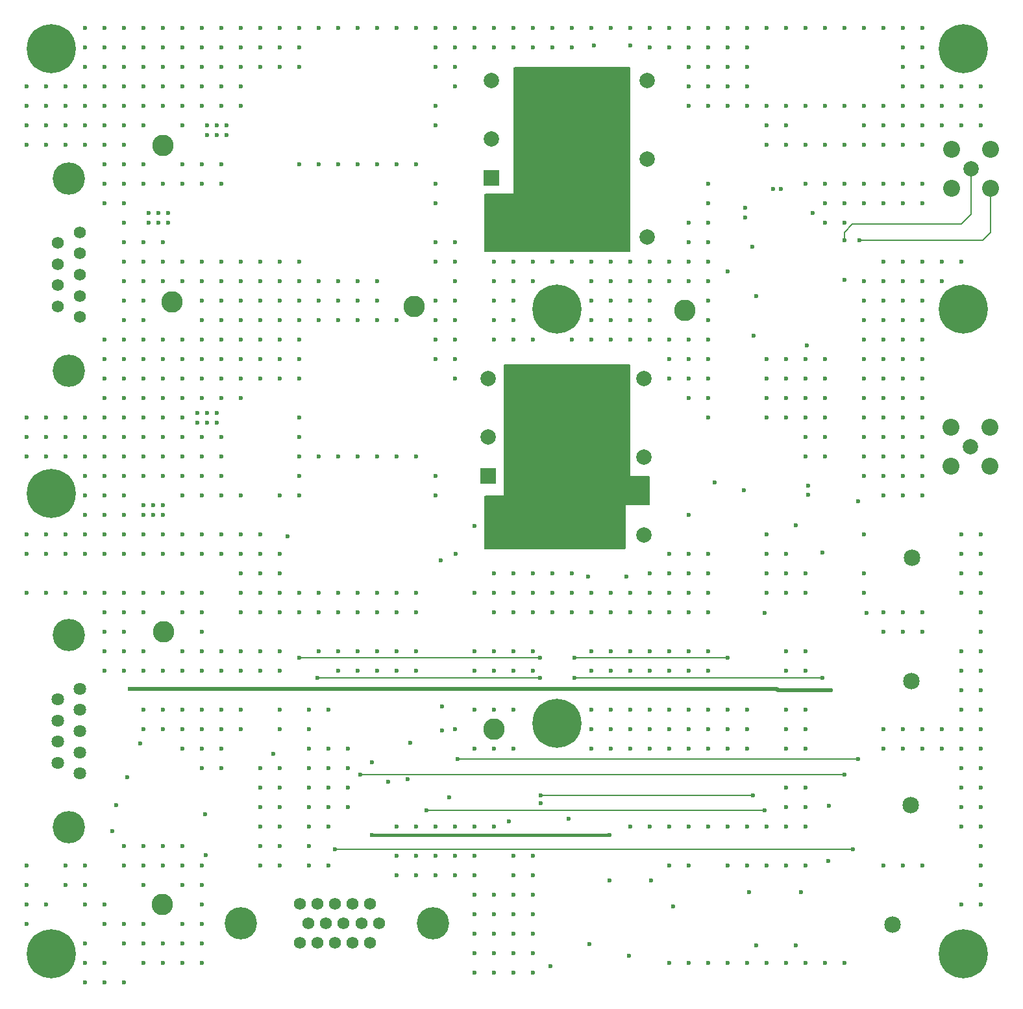
<source format=gbr>
%TF.GenerationSoftware,KiCad,Pcbnew,8.0.6*%
%TF.CreationDate,2025-05-16T10:58:21-04:00*%
%TF.ProjectId,3 - Charge_Pre-Amplifier,33202d20-4368-4617-9267-655f5072652d,rev?*%
%TF.SameCoordinates,Original*%
%TF.FileFunction,Copper,L6,Inr*%
%TF.FilePolarity,Positive*%
%FSLAX46Y46*%
G04 Gerber Fmt 4.6, Leading zero omitted, Abs format (unit mm)*
G04 Created by KiCad (PCBNEW 8.0.6) date 2025-05-16 10:58:21*
%MOMM*%
%LPD*%
G01*
G04 APERTURE LIST*
%TA.AperFunction,ComponentPad*%
%ADD10C,2.159000*%
%TD*%
%TA.AperFunction,ComponentPad*%
%ADD11R,2.000000X2.000000*%
%TD*%
%TA.AperFunction,ComponentPad*%
%ADD12C,2.000000*%
%TD*%
%TA.AperFunction,ComponentPad*%
%ADD13C,2.800000*%
%TD*%
%TA.AperFunction,ComponentPad*%
%ADD14C,1.560000*%
%TD*%
%TA.AperFunction,ComponentPad*%
%ADD15C,4.216000*%
%TD*%
%TA.AperFunction,ComponentPad*%
%ADD16C,2.006600*%
%TD*%
%TA.AperFunction,ComponentPad*%
%ADD17C,2.209800*%
%TD*%
%TA.AperFunction,ComponentPad*%
%ADD18C,6.400000*%
%TD*%
%TA.AperFunction,ComponentPad*%
%ADD19C,1.575000*%
%TD*%
%TA.AperFunction,ComponentPad*%
%ADD20C,1.635000*%
%TD*%
%TA.AperFunction,ViaPad*%
%ADD21C,0.600000*%
%TD*%
%TA.AperFunction,ViaPad*%
%ADD22C,1.500000*%
%TD*%
%TA.AperFunction,Conductor*%
%ADD23C,0.200000*%
%TD*%
%TA.AperFunction,Conductor*%
%ADD24C,0.500000*%
%TD*%
%TA.AperFunction,Conductor*%
%ADD25C,0.400000*%
%TD*%
G04 APERTURE END LIST*
D10*
%TO.N,Net-(M3-Pad3)*%
%TO.C,P4*%
X323780000Y-170190201D03*
%TD*%
%TO.N,Net-(P3-Pad1)*%
%TO.C,P3*%
X326120000Y-154650000D03*
%TD*%
%TO.N,Net-(P2-Pad1)*%
%TO.C,P2*%
X326220000Y-138470201D03*
%TD*%
%TO.N,Net-(M4-Pad3)*%
%TO.C,P1*%
X326300000Y-122390000D03*
%TD*%
D11*
%TO.N,/Main_Converter/V_POS*%
%TO.C,U4*%
X271000000Y-111750000D03*
D12*
%TO.N,/Main_Converter/V_RTN*%
X271000000Y-106650000D03*
%TO.N,/PM_5V_RTN*%
X291300000Y-119450000D03*
%TO.N,unconnected-(U4-TRIM-Pad4)*%
X291300000Y-109250000D03*
%TO.N,/M5V*%
X291300000Y-99050000D03*
%TO.N,/Enable_CKT/Enable*%
X271000000Y-99050000D03*
%TD*%
D13*
%TO.N,/PM_5V_TELEM_RTN*%
%TO.C,Telem_RTN1*%
X271750000Y-144770000D03*
%TD*%
D14*
%TO.N,/V_SEC_RTN*%
%TO.C,J1*%
X217755000Y-79935000D03*
X217755000Y-82705000D03*
%TO.N,unconnected-(J1-Pad3)*%
X217755000Y-85475000D03*
%TO.N,/V_SEC_RTN*%
X217755000Y-88245000D03*
X217755000Y-91015000D03*
%TO.N,/V_SEC_IN*%
X214915000Y-81320000D03*
X214915000Y-84090000D03*
X214915000Y-86860000D03*
X214915000Y-89630000D03*
D15*
%TO.N,GNDPWR*%
X216335000Y-72975000D03*
X216335000Y-97975000D03*
%TD*%
D13*
%TO.N,/M5_TELEM*%
%TO.C,-5V1*%
X228660000Y-132080000D03*
%TD*%
D16*
%TO.N,/M5V_OUT*%
%TO.C,J4*%
X333883000Y-107895000D03*
D17*
%TO.N,/PM_5V_RTN*%
X336423000Y-105355000D03*
X331343000Y-105355000D03*
X331343000Y-110435000D03*
X336423000Y-110435000D03*
%TD*%
D18*
%TO.N,GNDPWR*%
%TO.C,H3*%
X333000000Y-90000000D03*
%TD*%
D13*
%TO.N,/P5_TELEM*%
%TO.C,+5V1*%
X228540000Y-167640000D03*
%TD*%
D18*
%TO.N,GNDPWR*%
%TO.C,H1*%
X214000000Y-56000000D03*
%TD*%
%TO.N,GNDPWR*%
%TO.C,H2*%
X333000000Y-56000000D03*
%TD*%
D19*
%TO.N,/TEMP_MON*%
%TO.C,J3*%
X255606000Y-167510000D03*
%TO.N,/M5V_V_MON*%
X253316000Y-167510000D03*
%TO.N,/P5V_V_MON*%
X251026000Y-167510000D03*
%TO.N,/M5V_I_MON*%
X248736000Y-167510000D03*
%TO.N,/P5V_I_MON*%
X246446000Y-167510000D03*
%TO.N,/PM_5V_TELEM_RTN*%
X256751000Y-170050000D03*
X254461000Y-170050000D03*
X252171000Y-170050000D03*
X249881000Y-170050000D03*
X247591000Y-170050000D03*
%TO.N,unconnected-(J3-Pad11)*%
X255606000Y-172590000D03*
%TO.N,unconnected-(J3-Pad12)*%
X253316000Y-172590000D03*
%TO.N,unconnected-(J3-Pad13)*%
X251026000Y-172590000D03*
%TO.N,/Enable+*%
X248736000Y-172590000D03*
%TO.N,/Enable-*%
X246446000Y-172590000D03*
D15*
%TO.N,GNDPWR*%
X238785000Y-170050000D03*
X263775000Y-170050000D03*
%TD*%
D16*
%TO.N,/P5V_OUT*%
%TO.C,J5*%
X334010000Y-71705000D03*
D17*
%TO.N,/PM_5V_RTN*%
X336550000Y-69165000D03*
X331470000Y-69165000D03*
X331470000Y-74245000D03*
X336550000Y-74245000D03*
%TD*%
D13*
%TO.N,/Enable_CKT/Enable*%
%TO.C,V_{EN}1*%
X261320000Y-89620000D03*
%TD*%
D18*
%TO.N,GNDPWR*%
%TO.C,H8*%
X280000000Y-90000000D03*
%TD*%
D20*
%TO.N,/PM_5V_TELEM_RTN*%
%TO.C,J2*%
X217720000Y-150540000D03*
X217720000Y-147770000D03*
%TO.N,unconnected-(J2-Pad3)*%
X217720000Y-145000000D03*
%TO.N,/PM_5V_TELEM_RTN*%
X217720000Y-142230000D03*
X217720000Y-139460000D03*
%TO.N,/P5_TELEM*%
X214880000Y-149155000D03*
X214880000Y-146385000D03*
%TO.N,/M5_TELEM*%
X214880000Y-143615000D03*
X214880000Y-140845000D03*
D15*
%TO.N,GNDPWR*%
X216300000Y-132500000D03*
X216300000Y-157500000D03*
%TD*%
D13*
%TO.N,/V_SEC_IN*%
%TO.C,+12V1*%
X228570000Y-68590000D03*
%TD*%
D18*
%TO.N,GNDPWR*%
%TO.C,H5*%
X280000000Y-144000000D03*
%TD*%
D11*
%TO.N,/Main_Converter1/V_POS*%
%TO.C,U1*%
X271470000Y-72865000D03*
D12*
%TO.N,/Main_Converter1/V_RTN*%
X271470000Y-67765000D03*
%TO.N,/P5V*%
X291770000Y-80565000D03*
%TO.N,unconnected-(U1-TRIM-Pad4)*%
X291770000Y-70365000D03*
%TO.N,/PM_5V_RTN*%
X291770000Y-60165000D03*
%TO.N,/Enable_CKT/Enable*%
X271470000Y-60165000D03*
%TD*%
D13*
%TO.N,/V_SEC_RTN*%
%TO.C,+12V_RTN1*%
X229810000Y-89060000D03*
%TD*%
%TO.N,/PM_5V_RTN*%
%TO.C,+/-5V_{RTN}1*%
X296700000Y-90100000D03*
%TD*%
D18*
%TO.N,GNDPWR*%
%TO.C,H7*%
X333000000Y-174000000D03*
%TD*%
%TO.N,GNDPWR*%
%TO.C,H4*%
X214000000Y-114000000D03*
%TD*%
%TO.N,GNDPWR*%
%TO.C,H9*%
X214000000Y-174000000D03*
%TD*%
D21*
%TO.N,/PM_5V_RTN*%
X289520000Y-55620000D03*
X289080000Y-124820000D03*
X319440000Y-81020000D03*
D22*
%TO.N,GNDPWR*%
X284480000Y-74930000D03*
X279400000Y-111760000D03*
X287020000Y-111760000D03*
X276860000Y-116840000D03*
X284480000Y-111760000D03*
X279400000Y-104140000D03*
X279400000Y-72390000D03*
X281940000Y-111760000D03*
X284480000Y-119380000D03*
X279400000Y-62230000D03*
X274320000Y-114300000D03*
X281940000Y-101600000D03*
X279400000Y-77470000D03*
X274320000Y-106680000D03*
X274320000Y-80010000D03*
X284480000Y-106680000D03*
X276860000Y-106680000D03*
X276860000Y-64770000D03*
X276860000Y-77470000D03*
X281940000Y-59690000D03*
X287020000Y-114300000D03*
X284480000Y-116840000D03*
X284480000Y-109220000D03*
X279400000Y-69850000D03*
X281940000Y-104140000D03*
X284480000Y-77470000D03*
X276860000Y-104140000D03*
X276860000Y-114300000D03*
X276860000Y-59690000D03*
X287020000Y-74930000D03*
X284480000Y-69850000D03*
X276860000Y-101600000D03*
X279400000Y-114300000D03*
X281940000Y-80010000D03*
X284480000Y-80010000D03*
X276860000Y-69850000D03*
X274320000Y-77470000D03*
X287020000Y-104140000D03*
X276860000Y-62230000D03*
X274320000Y-116840000D03*
X274320000Y-109220000D03*
X281940000Y-64770000D03*
X287020000Y-106680000D03*
X287020000Y-80010000D03*
X284480000Y-99060000D03*
X279400000Y-101600000D03*
X279400000Y-106680000D03*
X287020000Y-69850000D03*
X287020000Y-119380000D03*
X284480000Y-101600000D03*
X281940000Y-114300000D03*
X281940000Y-116840000D03*
X279400000Y-59690000D03*
X279400000Y-80010000D03*
X284480000Y-62230000D03*
X276860000Y-72390000D03*
X287020000Y-116840000D03*
X276860000Y-80010000D03*
X274320000Y-104140000D03*
X287020000Y-99060000D03*
X274320000Y-99060000D03*
X281940000Y-109220000D03*
X287020000Y-64770000D03*
X281940000Y-62230000D03*
X274320000Y-101600000D03*
X279400000Y-99060000D03*
X279400000Y-116840000D03*
D21*
X284010000Y-124810000D03*
D22*
X290195000Y-113665000D03*
X287020000Y-62230000D03*
X279400000Y-67310000D03*
X271780000Y-119380000D03*
X281940000Y-67310000D03*
X287020000Y-67310000D03*
X287020000Y-109220000D03*
X284480000Y-59690000D03*
X281940000Y-119380000D03*
X281940000Y-74930000D03*
X276860000Y-74930000D03*
D21*
X284810000Y-55620000D03*
D22*
X279400000Y-109220000D03*
X281940000Y-77470000D03*
X279400000Y-64770000D03*
X281940000Y-69850000D03*
X284480000Y-64770000D03*
X281940000Y-99060000D03*
X281940000Y-72390000D03*
X271780000Y-116840000D03*
X287020000Y-72390000D03*
X284480000Y-72390000D03*
X276860000Y-67310000D03*
X276860000Y-99060000D03*
X276860000Y-119380000D03*
X271780000Y-80010000D03*
X284480000Y-114300000D03*
X281940000Y-106680000D03*
X274320000Y-119380000D03*
X279400000Y-74930000D03*
X279400000Y-119380000D03*
X284480000Y-67310000D03*
X287020000Y-101600000D03*
X287020000Y-77470000D03*
X284480000Y-104140000D03*
X276860000Y-109220000D03*
X276860000Y-111760000D03*
X271780000Y-77470000D03*
X274320000Y-111760000D03*
X287020000Y-59690000D03*
D21*
%TO.N,/V_SEC_RTN*%
X276860000Y-93980000D03*
X320040000Y-63500000D03*
X299720000Y-81280000D03*
X269240000Y-127000000D03*
X297180000Y-53340000D03*
X233680000Y-60960000D03*
X236220000Y-60960000D03*
X220980000Y-93980000D03*
X246380000Y-86360000D03*
X236220000Y-119380000D03*
X223520000Y-60960000D03*
X226060000Y-119380000D03*
X302260000Y-53340000D03*
X284480000Y-83820000D03*
X238760000Y-127000000D03*
X327660000Y-55880000D03*
X238760000Y-91440000D03*
X233045000Y-103505000D03*
X233680000Y-53340000D03*
X236220000Y-101600000D03*
X314960000Y-53340000D03*
X213360000Y-121920000D03*
X325120000Y-111760000D03*
X235585000Y-67310000D03*
X231140000Y-93980000D03*
X325120000Y-101600000D03*
X213360000Y-104140000D03*
X261620000Y-127000000D03*
X317500000Y-63500000D03*
X241300000Y-53340000D03*
X287020000Y-53340000D03*
X281940000Y-129540000D03*
X218440000Y-104140000D03*
X307340000Y-121920000D03*
X215900000Y-63500000D03*
X325120000Y-88900000D03*
X215900000Y-109220000D03*
X248920000Y-53340000D03*
X226060000Y-55880000D03*
X226060000Y-60960000D03*
X309880000Y-101600000D03*
X236220000Y-86360000D03*
X264160000Y-91440000D03*
X332740000Y-60960000D03*
X314960000Y-109220000D03*
X223520000Y-83820000D03*
X241300000Y-99060000D03*
X299720000Y-93980000D03*
X220980000Y-68580000D03*
X325120000Y-93980000D03*
X320040000Y-106680000D03*
X220980000Y-111760000D03*
X327660000Y-99060000D03*
X233680000Y-83820000D03*
X228600000Y-60960000D03*
X297180000Y-60960000D03*
X243840000Y-53340000D03*
X297180000Y-101600000D03*
X241300000Y-127000000D03*
X210820000Y-60960000D03*
X271780000Y-55880000D03*
X289560000Y-127000000D03*
X309880000Y-121920000D03*
X210820000Y-66040000D03*
X294640000Y-83820000D03*
X284480000Y-129540000D03*
X223520000Y-104140000D03*
X327660000Y-111760000D03*
X236220000Y-109220000D03*
X256540000Y-53340000D03*
X325120000Y-99060000D03*
X312420000Y-68580000D03*
X238760000Y-60960000D03*
X226060000Y-83820000D03*
X299720000Y-86360000D03*
X220980000Y-71120000D03*
X294640000Y-55880000D03*
X231140000Y-71120000D03*
X309880000Y-127000000D03*
X325120000Y-109220000D03*
X220980000Y-66040000D03*
X299720000Y-76200000D03*
X320040000Y-101600000D03*
X213360000Y-119380000D03*
X231140000Y-86360000D03*
X236220000Y-63500000D03*
X294640000Y-127000000D03*
X325120000Y-63500000D03*
X231140000Y-104140000D03*
X266700000Y-60960000D03*
X231140000Y-119380000D03*
X231140000Y-101600000D03*
X223520000Y-73660000D03*
X223520000Y-93980000D03*
X320040000Y-99060000D03*
X236220000Y-88900000D03*
X289560000Y-83820000D03*
X226060000Y-109220000D03*
X309880000Y-53340000D03*
X274320000Y-83820000D03*
X234315000Y-103505000D03*
X327660000Y-104140000D03*
X279400000Y-127000000D03*
X241300000Y-55880000D03*
X292100000Y-88900000D03*
X281940000Y-124460000D03*
X223520000Y-109220000D03*
X228600000Y-86360000D03*
X264160000Y-96520000D03*
X241300000Y-88900000D03*
X236220000Y-73660000D03*
X312420000Y-63500000D03*
X256540000Y-129540000D03*
X231140000Y-53340000D03*
X325120000Y-86360000D03*
X292100000Y-55880000D03*
X223520000Y-63500000D03*
X231140000Y-58420000D03*
X271780000Y-83820000D03*
X325120000Y-55880000D03*
X235585000Y-66040000D03*
X281940000Y-127000000D03*
X322580000Y-111760000D03*
X226060000Y-86360000D03*
X264160000Y-111760000D03*
X327660000Y-109220000D03*
X215900000Y-121920000D03*
X274320000Y-127000000D03*
X220980000Y-101600000D03*
X231140000Y-83820000D03*
X259080000Y-109220000D03*
X251460000Y-129540000D03*
X320040000Y-93980000D03*
X215900000Y-106680000D03*
X238760000Y-86360000D03*
X220980000Y-109220000D03*
X271780000Y-129540000D03*
X251460000Y-127000000D03*
X226060000Y-73660000D03*
X228600000Y-55880000D03*
X320040000Y-68580000D03*
X299720000Y-124460000D03*
X228600000Y-96520000D03*
X309880000Y-96520000D03*
X297180000Y-116840000D03*
X218440000Y-109220000D03*
X220980000Y-116840000D03*
X213360000Y-66040000D03*
X220980000Y-119380000D03*
X307340000Y-104140000D03*
X248920000Y-88900000D03*
X220980000Y-73660000D03*
X292100000Y-93980000D03*
X236220000Y-58420000D03*
X309880000Y-104140000D03*
X276860000Y-86360000D03*
X228600000Y-99060000D03*
X299720000Y-53340000D03*
X304800000Y-53340000D03*
X228600000Y-106680000D03*
X284480000Y-91440000D03*
X238760000Y-129540000D03*
X233680000Y-109220000D03*
X223520000Y-53340000D03*
X294640000Y-124460000D03*
X297180000Y-96520000D03*
X322580000Y-63500000D03*
X243840000Y-96520000D03*
X312420000Y-127000000D03*
X297180000Y-127000000D03*
X223520000Y-88900000D03*
X314960000Y-104140000D03*
X264160000Y-58420000D03*
X233680000Y-96520000D03*
X243840000Y-83820000D03*
X292100000Y-124460000D03*
X223520000Y-81280000D03*
X320040000Y-76200000D03*
X226060000Y-91440000D03*
X238760000Y-58420000D03*
X210820000Y-106680000D03*
X287020000Y-91440000D03*
X236220000Y-71120000D03*
X279400000Y-129540000D03*
X241300000Y-121920000D03*
X274320000Y-93980000D03*
X327660000Y-93980000D03*
X226060000Y-99060000D03*
X238760000Y-99060000D03*
X299720000Y-127000000D03*
X246380000Y-96520000D03*
X307340000Y-101600000D03*
X289560000Y-129540000D03*
X269240000Y-53340000D03*
X233680000Y-101600000D03*
X312420000Y-101600000D03*
X322580000Y-104140000D03*
X292100000Y-127000000D03*
X236220000Y-99060000D03*
X246380000Y-58420000D03*
X215900000Y-60960000D03*
X246380000Y-111760000D03*
X292100000Y-83820000D03*
X248920000Y-109220000D03*
X231140000Y-99060000D03*
X243840000Y-58420000D03*
X223520000Y-58420000D03*
X228600000Y-119380000D03*
X332740000Y-63500000D03*
X213360000Y-109220000D03*
X243840000Y-127000000D03*
X264160000Y-55880000D03*
X246380000Y-127000000D03*
X231140000Y-114300000D03*
X228600000Y-53340000D03*
X325120000Y-68580000D03*
X231140000Y-73660000D03*
X325120000Y-53340000D03*
X218440000Y-53340000D03*
X307340000Y-124460000D03*
X327660000Y-66040000D03*
X294640000Y-93980000D03*
X299720000Y-121920000D03*
X210820000Y-119380000D03*
X281940000Y-83820000D03*
X236220000Y-96520000D03*
X322580000Y-99060000D03*
X241300000Y-129540000D03*
X236220000Y-53340000D03*
X302260000Y-55880000D03*
X304800000Y-63500000D03*
X243840000Y-55880000D03*
X279400000Y-55880000D03*
X274320000Y-53340000D03*
X256540000Y-86360000D03*
X246380000Y-71120000D03*
X238760000Y-53340000D03*
X238760000Y-83820000D03*
X261620000Y-53340000D03*
X264160000Y-53340000D03*
X218440000Y-111760000D03*
X287020000Y-88900000D03*
X294640000Y-96520000D03*
X220980000Y-60960000D03*
X266700000Y-88900000D03*
X281940000Y-55880000D03*
X259080000Y-129540000D03*
X276860000Y-127000000D03*
X264160000Y-114300000D03*
X251460000Y-109220000D03*
X330200000Y-63500000D03*
X264160000Y-66040000D03*
X220980000Y-114300000D03*
X284480000Y-93980000D03*
X246380000Y-109220000D03*
X335280000Y-60960000D03*
X317500000Y-78740000D03*
X220980000Y-121920000D03*
X325120000Y-73660000D03*
X307340000Y-63500000D03*
X276860000Y-124460000D03*
X297180000Y-124460000D03*
X233680000Y-71120000D03*
X256540000Y-109220000D03*
X226060000Y-96520000D03*
X248920000Y-127000000D03*
X243840000Y-86360000D03*
X261620000Y-109220000D03*
X320040000Y-111760000D03*
X327660000Y-88900000D03*
X254000000Y-71120000D03*
X254000000Y-53340000D03*
X218440000Y-121920000D03*
X309880000Y-63500000D03*
X309880000Y-68580000D03*
X274320000Y-129540000D03*
X254000000Y-91440000D03*
X332740000Y-66040000D03*
X218440000Y-58420000D03*
X226060000Y-101600000D03*
X235585000Y-103505000D03*
X325120000Y-83820000D03*
X266700000Y-99060000D03*
X312420000Y-106680000D03*
X314960000Y-78740000D03*
X266700000Y-86360000D03*
X307340000Y-96520000D03*
X246380000Y-99060000D03*
X271780000Y-127000000D03*
X320040000Y-104140000D03*
X215900000Y-68580000D03*
X314960000Y-68580000D03*
X307340000Y-119380000D03*
X223520000Y-66040000D03*
X210820000Y-63500000D03*
X312420000Y-99060000D03*
X231140000Y-66040000D03*
X243840000Y-91440000D03*
X264160000Y-93980000D03*
X243840000Y-124460000D03*
X246380000Y-104140000D03*
X236855000Y-66040000D03*
X223520000Y-71120000D03*
X297180000Y-83820000D03*
X223520000Y-111760000D03*
X322580000Y-68580000D03*
X220980000Y-106680000D03*
X236220000Y-106680000D03*
X292100000Y-91440000D03*
X287020000Y-129540000D03*
X322580000Y-88900000D03*
X325120000Y-96520000D03*
X215900000Y-66040000D03*
X243840000Y-129540000D03*
X234315000Y-104775000D03*
X317500000Y-73660000D03*
X332740000Y-83820000D03*
X228600000Y-93980000D03*
X233680000Y-111760000D03*
X266700000Y-91440000D03*
X226060000Y-58420000D03*
X231140000Y-96520000D03*
X254000000Y-129540000D03*
X271780000Y-86360000D03*
X246380000Y-129540000D03*
X251460000Y-71120000D03*
X259080000Y-71120000D03*
X294640000Y-129540000D03*
X299720000Y-96520000D03*
X246380000Y-53340000D03*
X223520000Y-55880000D03*
X307340000Y-127000000D03*
X254000000Y-109220000D03*
X256540000Y-71120000D03*
X241300000Y-119380000D03*
X231140000Y-109220000D03*
X264160000Y-76200000D03*
X327660000Y-86360000D03*
X241300000Y-83820000D03*
X228600000Y-104140000D03*
X233680000Y-88900000D03*
X246380000Y-83820000D03*
X314960000Y-63500000D03*
X226060000Y-121920000D03*
X220980000Y-55880000D03*
X322580000Y-73660000D03*
X218440000Y-106680000D03*
X243840000Y-99060000D03*
X266700000Y-58420000D03*
X241300000Y-96520000D03*
X231140000Y-106680000D03*
X274320000Y-91440000D03*
X320040000Y-66040000D03*
X327660000Y-83820000D03*
X246380000Y-93980000D03*
X228600000Y-111760000D03*
X220980000Y-99060000D03*
X264160000Y-88900000D03*
X299720000Y-101600000D03*
X233680000Y-106680000D03*
X256540000Y-127000000D03*
X312420000Y-104140000D03*
X299720000Y-91440000D03*
X228600000Y-58420000D03*
X327660000Y-96520000D03*
X238760000Y-124460000D03*
X304800000Y-58420000D03*
X314960000Y-106680000D03*
X233680000Y-121920000D03*
X322580000Y-66040000D03*
X264160000Y-81280000D03*
X233680000Y-58420000D03*
X271780000Y-91440000D03*
X213360000Y-60960000D03*
X314960000Y-99060000D03*
X238760000Y-93980000D03*
X312420000Y-109220000D03*
X231140000Y-63500000D03*
X236220000Y-121920000D03*
X254000000Y-127000000D03*
X236220000Y-93980000D03*
X220980000Y-96520000D03*
X220980000Y-104140000D03*
X276860000Y-53340000D03*
X327660000Y-106680000D03*
X236220000Y-114300000D03*
X299720000Y-55880000D03*
X279400000Y-53340000D03*
X317500000Y-68580000D03*
X322580000Y-96520000D03*
X243840000Y-114300000D03*
X246380000Y-114300000D03*
X320040000Y-86360000D03*
X314960000Y-96520000D03*
X330200000Y-60960000D03*
X259080000Y-127000000D03*
X297180000Y-63500000D03*
X299720000Y-83820000D03*
X297180000Y-93980000D03*
X223520000Y-119380000D03*
X220980000Y-63500000D03*
X228600000Y-121920000D03*
X226060000Y-66040000D03*
X264160000Y-73660000D03*
X294640000Y-86360000D03*
X327660000Y-76200000D03*
X210820000Y-104140000D03*
X327660000Y-58420000D03*
X307340000Y-99060000D03*
X327660000Y-73660000D03*
X335280000Y-63500000D03*
X223520000Y-101600000D03*
X251460000Y-86360000D03*
X228600000Y-81280000D03*
X238760000Y-88900000D03*
X223520000Y-68580000D03*
X276860000Y-83820000D03*
X251460000Y-53340000D03*
X314960000Y-76200000D03*
X327660000Y-114300000D03*
X233680000Y-91440000D03*
X279400000Y-124460000D03*
X322580000Y-106680000D03*
X294640000Y-121920000D03*
X233680000Y-63500000D03*
X243840000Y-88900000D03*
X241300000Y-124460000D03*
X233680000Y-73660000D03*
X309880000Y-99060000D03*
X226060000Y-81280000D03*
X287020000Y-86360000D03*
X266700000Y-83820000D03*
X287020000Y-83820000D03*
X325120000Y-91440000D03*
X299720000Y-63500000D03*
X236220000Y-91440000D03*
X223520000Y-76200000D03*
X299720000Y-129540000D03*
X292100000Y-129540000D03*
X327660000Y-63500000D03*
X322580000Y-86360000D03*
X231140000Y-55880000D03*
X231140000Y-60960000D03*
X223520000Y-86360000D03*
X327660000Y-53340000D03*
X276860000Y-129540000D03*
X307340000Y-68580000D03*
X284480000Y-127000000D03*
X243840000Y-121920000D03*
X322580000Y-91440000D03*
X327660000Y-60960000D03*
X299720000Y-104140000D03*
X307340000Y-66040000D03*
X274320000Y-86360000D03*
X213360000Y-106680000D03*
X251460000Y-91440000D03*
X254000000Y-86360000D03*
X238760000Y-114300000D03*
X223520000Y-121920000D03*
X302260000Y-58420000D03*
X233045000Y-104775000D03*
X233680000Y-86360000D03*
X325120000Y-66040000D03*
X322580000Y-53340000D03*
X233680000Y-93980000D03*
X218440000Y-116840000D03*
X320040000Y-96520000D03*
X327660000Y-91440000D03*
X309880000Y-124460000D03*
X299720000Y-58420000D03*
X218440000Y-60960000D03*
X218440000Y-114300000D03*
X302260000Y-63500000D03*
X289560000Y-53340000D03*
X330200000Y-66040000D03*
X228600000Y-63500000D03*
X226060000Y-111760000D03*
X223520000Y-78740000D03*
X246380000Y-91440000D03*
X215900000Y-104140000D03*
X325120000Y-60960000D03*
X246380000Y-55880000D03*
X226060000Y-53340000D03*
X299720000Y-60960000D03*
X233680000Y-114300000D03*
X226060000Y-104140000D03*
X304800000Y-60960000D03*
X231140000Y-121920000D03*
X236220000Y-55880000D03*
X238760000Y-55880000D03*
X325120000Y-106680000D03*
X299720000Y-73660000D03*
X223520000Y-91440000D03*
X320040000Y-109220000D03*
X238760000Y-96520000D03*
X248920000Y-91440000D03*
X241300000Y-93980000D03*
X297180000Y-55880000D03*
X312420000Y-53340000D03*
X236220000Y-111760000D03*
X210820000Y-109220000D03*
X228600000Y-73660000D03*
X312420000Y-124460000D03*
X314960000Y-73660000D03*
X330200000Y-83820000D03*
X210820000Y-121920000D03*
X302260000Y-60960000D03*
X289560000Y-93980000D03*
X238760000Y-119380000D03*
X243840000Y-93980000D03*
X259080000Y-91440000D03*
X220980000Y-53340000D03*
X325120000Y-114300000D03*
X220980000Y-58420000D03*
X228600000Y-83820000D03*
X223520000Y-114300000D03*
X312420000Y-73660000D03*
X322580000Y-109220000D03*
X297180000Y-78740000D03*
X218440000Y-68580000D03*
X266700000Y-81280000D03*
X327660000Y-68580000D03*
X284480000Y-53340000D03*
X304800000Y-55880000D03*
X228600000Y-101600000D03*
X256540000Y-91440000D03*
X317500000Y-53340000D03*
X220980000Y-76200000D03*
X236220000Y-83820000D03*
X241300000Y-91440000D03*
X234315000Y-67310000D03*
X238760000Y-63500000D03*
X226060000Y-93980000D03*
X287020000Y-93980000D03*
X256540000Y-88900000D03*
X254000000Y-88900000D03*
X325120000Y-76200000D03*
X246380000Y-88900000D03*
X226060000Y-88900000D03*
X299720000Y-88900000D03*
X226060000Y-106680000D03*
X320040000Y-53340000D03*
X226060000Y-71120000D03*
X322580000Y-101600000D03*
X223520000Y-106680000D03*
X281940000Y-53340000D03*
X322580000Y-76200000D03*
X248920000Y-86360000D03*
X320040000Y-88900000D03*
X266700000Y-96520000D03*
X307340000Y-53340000D03*
X231140000Y-111760000D03*
X322580000Y-83820000D03*
X269240000Y-55880000D03*
X320040000Y-91440000D03*
X228600000Y-109220000D03*
X299720000Y-78740000D03*
X218440000Y-66040000D03*
X325120000Y-58420000D03*
X261620000Y-71120000D03*
X294640000Y-53340000D03*
X223520000Y-116840000D03*
X238760000Y-101600000D03*
X246380000Y-106680000D03*
X309880000Y-66040000D03*
X292100000Y-53340000D03*
X294640000Y-99060000D03*
X335280000Y-66040000D03*
X297180000Y-81280000D03*
X226060000Y-63500000D03*
X261620000Y-129540000D03*
X264160000Y-63500000D03*
X320040000Y-73660000D03*
X271780000Y-124460000D03*
X236855000Y-67310000D03*
X274320000Y-55880000D03*
X289560000Y-88900000D03*
X218440000Y-63500000D03*
X264160000Y-83820000D03*
X271780000Y-93980000D03*
X223520000Y-99060000D03*
X276860000Y-55880000D03*
X251460000Y-88900000D03*
X259080000Y-53340000D03*
X234315000Y-66040000D03*
X266700000Y-93980000D03*
X287020000Y-127000000D03*
X274320000Y-88900000D03*
X248920000Y-129540000D03*
X233680000Y-99060000D03*
X330200000Y-86360000D03*
X210820000Y-68580000D03*
X218440000Y-119380000D03*
X279400000Y-83820000D03*
X266700000Y-53340000D03*
X297180000Y-86360000D03*
X289560000Y-91440000D03*
X289560000Y-86360000D03*
X213360000Y-63500000D03*
X241300000Y-58420000D03*
X238760000Y-121920000D03*
X299720000Y-99060000D03*
X314960000Y-101600000D03*
X325120000Y-104140000D03*
X274320000Y-124460000D03*
X297180000Y-121920000D03*
X218440000Y-55880000D03*
X213360000Y-68580000D03*
X317500000Y-76200000D03*
X284480000Y-88900000D03*
X233680000Y-119380000D03*
X297180000Y-58420000D03*
X266700000Y-55880000D03*
X312420000Y-96520000D03*
X327660000Y-101600000D03*
X322580000Y-93980000D03*
X284480000Y-86360000D03*
X241300000Y-86360000D03*
X235585000Y-104775000D03*
X215900000Y-119380000D03*
X292100000Y-86360000D03*
X223520000Y-96520000D03*
X271780000Y-88900000D03*
X322580000Y-114300000D03*
X271780000Y-53340000D03*
X297180000Y-129540000D03*
X281940000Y-93980000D03*
X233680000Y-55880000D03*
X297180000Y-99060000D03*
X248920000Y-71120000D03*
%TO.N,/P5V*%
X308175000Y-74295000D03*
%TO.N,/P5_TELEM*%
X259150000Y-139510000D03*
X305997500Y-172920000D03*
X315430000Y-154700000D03*
X223970000Y-151017500D03*
X305936200Y-88275000D03*
X224270000Y-139530000D03*
X315720000Y-139630000D03*
X303720000Y-139470000D03*
%TO.N,/M5V*%
X300560000Y-112540000D03*
%TO.N,/PM_5V_TELEM_RTN*%
X269240000Y-168910000D03*
X264160000Y-163830000D03*
X220980000Y-129540000D03*
X247650000Y-157480000D03*
X299720000Y-142240000D03*
X261620000Y-163830000D03*
X233680000Y-175260000D03*
X231140000Y-170180000D03*
X297180000Y-157480000D03*
X330200000Y-147320000D03*
X312420000Y-162560000D03*
X297180000Y-162560000D03*
X314960000Y-175260000D03*
X265940000Y-153650000D03*
X247650000Y-152400000D03*
X274320000Y-161290000D03*
X332740000Y-149860000D03*
X233680000Y-134620000D03*
X231140000Y-134620000D03*
X297180000Y-144780000D03*
X276860000Y-137160000D03*
X231140000Y-147320000D03*
X274320000Y-147320000D03*
X223520000Y-177800000D03*
X228600000Y-172720000D03*
X299720000Y-147320000D03*
X247650000Y-142240000D03*
X252730000Y-152400000D03*
X335280000Y-129540000D03*
X307340000Y-175260000D03*
X335280000Y-162560000D03*
X297180000Y-147320000D03*
X335280000Y-119380000D03*
X213360000Y-127000000D03*
X233680000Y-142240000D03*
X304800000Y-162560000D03*
X238760000Y-134620000D03*
X215900000Y-162560000D03*
X322580000Y-132080000D03*
X250190000Y-162560000D03*
X271780000Y-137160000D03*
X250190000Y-142240000D03*
X302260000Y-144780000D03*
X274320000Y-166370000D03*
X231140000Y-175260000D03*
X335280000Y-157480000D03*
X320040000Y-127000000D03*
X309880000Y-152400000D03*
X327660000Y-144780000D03*
X304800000Y-175260000D03*
X247650000Y-147320000D03*
X302260000Y-147320000D03*
X279110000Y-175649800D03*
X269240000Y-176530000D03*
X335280000Y-165100000D03*
X252730000Y-154940000D03*
X309880000Y-157480000D03*
X271780000Y-171450000D03*
X220980000Y-134620000D03*
X284480000Y-147320000D03*
X312420000Y-134620000D03*
X236220000Y-149860000D03*
X332740000Y-121920000D03*
X236220000Y-134620000D03*
X325120000Y-144780000D03*
X299720000Y-137160000D03*
X302260000Y-157480000D03*
X312420000Y-137160000D03*
X218440000Y-172720000D03*
X231140000Y-142240000D03*
X261620000Y-157480000D03*
X271780000Y-166370000D03*
X269240000Y-147320000D03*
X236220000Y-144780000D03*
X332740000Y-119380000D03*
X238760000Y-144780000D03*
X294640000Y-157480000D03*
X231140000Y-137160000D03*
X269240000Y-157480000D03*
X277890000Y-154410000D03*
X228600000Y-127000000D03*
X226060000Y-175260000D03*
X236220000Y-147320000D03*
X332740000Y-139700000D03*
X264160000Y-157480000D03*
X221970000Y-158010000D03*
X266700000Y-161290000D03*
X269240000Y-161290000D03*
X315380000Y-161940000D03*
X335280000Y-142240000D03*
X335280000Y-127000000D03*
X241300000Y-162560000D03*
X247650000Y-144780000D03*
X299720000Y-134620000D03*
X228600000Y-160020000D03*
X269240000Y-137160000D03*
X226060000Y-144780000D03*
X257960000Y-151610000D03*
X261620000Y-134620000D03*
X335280000Y-149860000D03*
X335280000Y-124460000D03*
X218440000Y-127000000D03*
X312420000Y-157480000D03*
X281510000Y-156450000D03*
X256540000Y-134620000D03*
X243840000Y-142240000D03*
X226060000Y-165100000D03*
X247650000Y-162560000D03*
X276860000Y-166370000D03*
X312420000Y-147320000D03*
X274320000Y-173990000D03*
X287020000Y-147320000D03*
X332740000Y-167640000D03*
X294640000Y-142240000D03*
X332740000Y-137160000D03*
X241300000Y-137160000D03*
X243840000Y-152400000D03*
X327660000Y-132080000D03*
X297180000Y-137160000D03*
X274320000Y-142240000D03*
X256540000Y-137160000D03*
X266700000Y-144780000D03*
X233680000Y-172720000D03*
X251460000Y-134620000D03*
X231140000Y-160020000D03*
X304800000Y-142240000D03*
X327660000Y-147320000D03*
X218440000Y-162560000D03*
X309880000Y-175260000D03*
X271780000Y-134620000D03*
X305445000Y-81840000D03*
X320390000Y-129570000D03*
X325120000Y-132080000D03*
X215900000Y-127000000D03*
X327660000Y-129540000D03*
X332740000Y-134620000D03*
X250190000Y-154940000D03*
X233680000Y-132080000D03*
X289560000Y-144780000D03*
X274320000Y-137160000D03*
X234070000Y-155860000D03*
X302260000Y-175260000D03*
X250190000Y-152400000D03*
X289560000Y-137160000D03*
X271780000Y-147320000D03*
X274320000Y-176530000D03*
X294640000Y-144780000D03*
X289560000Y-147320000D03*
X322580000Y-162560000D03*
X234220000Y-161135000D03*
X322580000Y-144780000D03*
X220980000Y-132080000D03*
X231140000Y-127000000D03*
X250190000Y-147320000D03*
X297180000Y-142240000D03*
X271780000Y-176530000D03*
X243840000Y-134620000D03*
X220980000Y-167640000D03*
X292257500Y-164469800D03*
X311127500Y-172920000D03*
X223520000Y-129540000D03*
X243840000Y-137160000D03*
X332740000Y-127000000D03*
X312420000Y-144780000D03*
X276860000Y-163830000D03*
X335280000Y-134620000D03*
X335280000Y-167640000D03*
X311817500Y-165960000D03*
X233680000Y-144780000D03*
X292100000Y-157480000D03*
X254000000Y-134620000D03*
X269240000Y-173990000D03*
X335280000Y-147320000D03*
X335280000Y-152400000D03*
X266700000Y-157480000D03*
X312745000Y-112955000D03*
X220980000Y-177800000D03*
X287020000Y-142240000D03*
X241300000Y-154940000D03*
X320040000Y-119380000D03*
X226060000Y-129540000D03*
X327660000Y-162560000D03*
X261620000Y-161290000D03*
X289560000Y-157480000D03*
X269240000Y-166370000D03*
X250190000Y-157480000D03*
X220980000Y-175260000D03*
X241300000Y-149860000D03*
X236220000Y-137160000D03*
X233680000Y-167640000D03*
X241300000Y-134620000D03*
X332740000Y-154940000D03*
X287020000Y-137160000D03*
X223520000Y-170180000D03*
X289377500Y-174329800D03*
X223520000Y-162560000D03*
X294640000Y-162560000D03*
X312420000Y-142240000D03*
X276860000Y-134620000D03*
X243840000Y-160020000D03*
X226060000Y-172720000D03*
X332740000Y-144780000D03*
X261620000Y-137160000D03*
X228600000Y-175260000D03*
X247650000Y-149860000D03*
X210820000Y-167640000D03*
X287020000Y-144780000D03*
X325120000Y-129540000D03*
X218440000Y-167640000D03*
X236220000Y-142240000D03*
X233680000Y-127000000D03*
X322580000Y-147320000D03*
X233680000Y-170180000D03*
X254000000Y-137160000D03*
X332740000Y-157480000D03*
X294640000Y-134620000D03*
X238760000Y-137160000D03*
X241300000Y-157480000D03*
X250190000Y-149860000D03*
X247650000Y-154940000D03*
X243840000Y-162560000D03*
X274320000Y-163830000D03*
X226060000Y-170180000D03*
X220980000Y-137160000D03*
X276860000Y-173990000D03*
X292100000Y-142240000D03*
X215900000Y-165100000D03*
X220980000Y-170180000D03*
X297180000Y-134620000D03*
X223520000Y-127000000D03*
X287020000Y-134620000D03*
X284480000Y-134620000D03*
X265010000Y-141820000D03*
X276860000Y-168910000D03*
X292100000Y-134620000D03*
X225610000Y-146590000D03*
X332740000Y-152400000D03*
X289560000Y-142240000D03*
X297180000Y-175260000D03*
X243840000Y-149860000D03*
X210820000Y-127000000D03*
X312420000Y-152400000D03*
X335280000Y-139700000D03*
X289560000Y-134620000D03*
X332740000Y-124460000D03*
X325120000Y-162560000D03*
X309880000Y-147320000D03*
X313365000Y-77415000D03*
X269240000Y-171450000D03*
X252730000Y-147320000D03*
X223520000Y-160020000D03*
X259080000Y-161290000D03*
X292100000Y-147320000D03*
X210820000Y-170180000D03*
X231140000Y-144780000D03*
X292100000Y-144780000D03*
X213360000Y-167640000D03*
X332740000Y-147320000D03*
X243840000Y-154940000D03*
X233680000Y-137160000D03*
X242990000Y-147930000D03*
X243840000Y-144780000D03*
X241300000Y-152400000D03*
X312420000Y-154940000D03*
X218440000Y-165100000D03*
X330200000Y-144780000D03*
X309880000Y-162560000D03*
X284480000Y-144780000D03*
X271780000Y-173990000D03*
X271780000Y-168910000D03*
X335280000Y-121920000D03*
X233680000Y-147320000D03*
X210820000Y-165100000D03*
X259080000Y-134620000D03*
X222530000Y-154690000D03*
X264160000Y-161290000D03*
X320040000Y-124460000D03*
X294640000Y-137160000D03*
X292100000Y-137160000D03*
X325120000Y-147320000D03*
X302260000Y-162560000D03*
X335280000Y-137160000D03*
X304350000Y-113580000D03*
X269240000Y-163830000D03*
X274320000Y-134620000D03*
X231140000Y-129540000D03*
X228600000Y-162560000D03*
X251460000Y-137160000D03*
X243840000Y-157480000D03*
X220980000Y-127000000D03*
X335280000Y-160020000D03*
X307340000Y-162560000D03*
X228600000Y-142240000D03*
X226060000Y-160020000D03*
X304800000Y-147320000D03*
X294640000Y-147320000D03*
X223520000Y-137160000D03*
X259080000Y-137160000D03*
X276860000Y-161290000D03*
X322580000Y-129540000D03*
X228600000Y-137160000D03*
X223520000Y-132080000D03*
X231140000Y-172720000D03*
X259080000Y-163830000D03*
X248920000Y-134620000D03*
X309880000Y-154940000D03*
X226060000Y-137160000D03*
X302260000Y-142240000D03*
X218440000Y-177800000D03*
X332740000Y-142240000D03*
X284480000Y-137160000D03*
X335280000Y-144780000D03*
X226060000Y-127000000D03*
X274320000Y-168910000D03*
X271780000Y-142240000D03*
X269240000Y-142240000D03*
X304535000Y-76775000D03*
X299720000Y-175260000D03*
X304800000Y-157480000D03*
X284480000Y-142240000D03*
X294640000Y-175260000D03*
X238760000Y-142240000D03*
X335280000Y-154940000D03*
X312420000Y-175260000D03*
X276860000Y-176530000D03*
X218440000Y-175260000D03*
X259080000Y-157480000D03*
X233680000Y-165100000D03*
X226060000Y-142240000D03*
X233680000Y-129540000D03*
X276860000Y-171450000D03*
X299720000Y-157480000D03*
X210820000Y-162560000D03*
X309880000Y-142240000D03*
X266700000Y-163830000D03*
X312576200Y-94715000D03*
X226060000Y-134620000D03*
X311145000Y-118195000D03*
X335280000Y-132080000D03*
X252730000Y-149860000D03*
X271780000Y-157480000D03*
X309880000Y-137160000D03*
X299720000Y-144780000D03*
X309880000Y-144780000D03*
X233680000Y-149860000D03*
X241300000Y-160020000D03*
X223520000Y-134620000D03*
X307340000Y-157480000D03*
X231140000Y-165100000D03*
X226060000Y-162560000D03*
X295177500Y-167840000D03*
X223520000Y-172720000D03*
X274320000Y-171450000D03*
X231140000Y-162560000D03*
X317500000Y-175260000D03*
X269240000Y-134620000D03*
X309880000Y-134620000D03*
X228600000Y-144780000D03*
X247650000Y-160020000D03*
X304800000Y-144780000D03*
X233680000Y-162560000D03*
%TO.N,/M5_TELEM*%
X284210000Y-172779800D03*
%TO.N,/Telemetry_CKT/V3p3*%
X265020000Y-144920000D03*
X305067500Y-165957500D03*
X304535000Y-78045000D03*
X312735000Y-114215000D03*
X273680000Y-156780000D03*
%TO.N,Net-(C31-Pad2)*%
X314645000Y-121675000D03*
X282310000Y-138080000D03*
X314610000Y-138080000D03*
%TO.N,Net-(C32-Pad2)*%
X282310000Y-135460000D03*
X302220000Y-135460000D03*
X302255000Y-85075000D03*
%TO.N,/Telemetry_CKT/nV3p3*%
X286860000Y-158570000D03*
X255870000Y-149050000D03*
X255860000Y-158570000D03*
X286860000Y-164479800D03*
%TO.N,/V_SEC_IN*%
X226060000Y-115570000D03*
X227965000Y-77470000D03*
X227330000Y-115570000D03*
X227965000Y-78740000D03*
X228600000Y-116840000D03*
X229235000Y-77470000D03*
X227330000Y-116840000D03*
X226060000Y-116840000D03*
X244820000Y-119630000D03*
X226695000Y-77470000D03*
X226695000Y-78740000D03*
X229235000Y-78740000D03*
X228600000Y-115570000D03*
%TO.N,/M5V_V_MON*%
X307050000Y-129580000D03*
X262970000Y-155300000D03*
X307040000Y-155300000D03*
%TO.N,/M5V_I_MON*%
X277760000Y-138080000D03*
X248750000Y-138080000D03*
%TO.N,/P5V_I_MON*%
X246350000Y-135460000D03*
X277760000Y-135460000D03*
%TO.N,/P5V_V_MON*%
X251000000Y-160420000D03*
X318560000Y-160420000D03*
%TO.N,/P5V_OUT*%
X309235000Y-74305000D03*
X317490000Y-81010000D03*
%TO.N,Net-(M2-Pad1)*%
X264860000Y-122740000D03*
%TO.N,/Enable_CKT/Enable*%
X266760000Y-121840000D03*
X269210000Y-118230000D03*
%TO.N,/Telemetry_CKT/V_TEMP*%
X305570000Y-153400000D03*
X277840000Y-153400000D03*
X305605000Y-93455000D03*
%TO.N,Net-(U11A-+INA)*%
X317480000Y-150690000D03*
X254290000Y-150690000D03*
X317480000Y-86140000D03*
%TO.N,Net-(U11B--INB)*%
X319270000Y-115010000D03*
X319270000Y-148610000D03*
X266990000Y-148630000D03*
%TO.N,Net-(U11B-B_OUT)*%
X260850000Y-146510000D03*
X260530000Y-151290000D03*
%TD*%
D23*
%TO.N,/PM_5V_RTN*%
X335530000Y-81020000D02*
X336550000Y-80000000D01*
X336550000Y-80000000D02*
X336550000Y-74245000D01*
X319440000Y-81020000D02*
X335530000Y-81020000D01*
D24*
%TO.N,/P5_TELEM*%
X308680000Y-139510000D02*
X308800000Y-139630000D01*
X308800000Y-139630000D02*
X315720000Y-139630000D01*
X224270000Y-139530000D02*
X259130000Y-139530000D01*
X259150000Y-139510000D02*
X308680000Y-139510000D01*
D23*
X259130000Y-139530000D02*
X259150000Y-139510000D01*
%TO.N,Net-(C31-Pad2)*%
X282310000Y-138080000D02*
X314610000Y-138080000D01*
%TO.N,Net-(C32-Pad2)*%
X302220000Y-135460000D02*
X282310000Y-135460000D01*
D25*
%TO.N,/Telemetry_CKT/nV3p3*%
X286860000Y-158570000D02*
X255860000Y-158570000D01*
D23*
%TO.N,/M5V_V_MON*%
X262970000Y-155300000D02*
X307040000Y-155300000D01*
%TO.N,/M5V_I_MON*%
X277760000Y-138080000D02*
X248750000Y-138080000D01*
X248740000Y-138080000D02*
X248730000Y-138090000D01*
X248750000Y-138080000D02*
X248740000Y-138080000D01*
%TO.N,/P5V_I_MON*%
X277760000Y-135460000D02*
X246350000Y-135460000D01*
%TO.N,/P5V_V_MON*%
X251000000Y-160420000D02*
X318560000Y-160420000D01*
%TO.N,/P5V_OUT*%
X332730000Y-78910000D02*
X334010000Y-77630000D01*
X317490000Y-79940000D02*
X318520000Y-78910000D01*
X334010000Y-77630000D02*
X334010000Y-71705000D01*
X317490000Y-81010000D02*
X317490000Y-79940000D01*
X318520000Y-78910000D02*
X332730000Y-78910000D01*
%TO.N,/Telemetry_CKT/V_TEMP*%
X305570000Y-153400000D02*
X277840000Y-153400000D01*
%TO.N,Net-(U11A-+INA)*%
X317480000Y-150690000D02*
X254290000Y-150690000D01*
%TO.N,Net-(U11B--INB)*%
X319270000Y-148610000D02*
X267010000Y-148610000D01*
X267010000Y-148610000D02*
X266990000Y-148630000D01*
%TD*%
%TA.AperFunction,Conductor*%
%TO.N,GNDPWR*%
G36*
X289503039Y-97174685D02*
G01*
X289548794Y-97227489D01*
X289560000Y-97279000D01*
X289560000Y-111760000D01*
X291976000Y-111760000D01*
X292043039Y-111779685D01*
X292088794Y-111832489D01*
X292100000Y-111884000D01*
X292100000Y-115446000D01*
X292080315Y-115513039D01*
X292027511Y-115558794D01*
X291976000Y-115570000D01*
X288925000Y-115570000D01*
X288925000Y-121161000D01*
X288905315Y-121228039D01*
X288852511Y-121273794D01*
X288801000Y-121285000D01*
X270634000Y-121285000D01*
X270566961Y-121265315D01*
X270521206Y-121212511D01*
X270510000Y-121161000D01*
X270510000Y-114424000D01*
X270529685Y-114356961D01*
X270582489Y-114311206D01*
X270634000Y-114300000D01*
X273050000Y-114300000D01*
X273050000Y-97279000D01*
X273069685Y-97211961D01*
X273122489Y-97166206D01*
X273174000Y-97155000D01*
X289436000Y-97155000D01*
X289503039Y-97174685D01*
G37*
%TD.AperFunction*%
%TD*%
%TA.AperFunction,Conductor*%
%TO.N,GNDPWR*%
G36*
X289503039Y-58439685D02*
G01*
X289548794Y-58492489D01*
X289560000Y-58544000D01*
X289560000Y-82426000D01*
X289540315Y-82493039D01*
X289487511Y-82538794D01*
X289436000Y-82550000D01*
X270634000Y-82550000D01*
X270566961Y-82530315D01*
X270521206Y-82477511D01*
X270510000Y-82426000D01*
X270510000Y-75054000D01*
X270529685Y-74986961D01*
X270582489Y-74941206D01*
X270634000Y-74930000D01*
X274320000Y-74930000D01*
X274320000Y-58544000D01*
X274339685Y-58476961D01*
X274392489Y-58431206D01*
X274444000Y-58420000D01*
X289436000Y-58420000D01*
X289503039Y-58439685D01*
G37*
%TD.AperFunction*%
%TD*%
M02*

</source>
